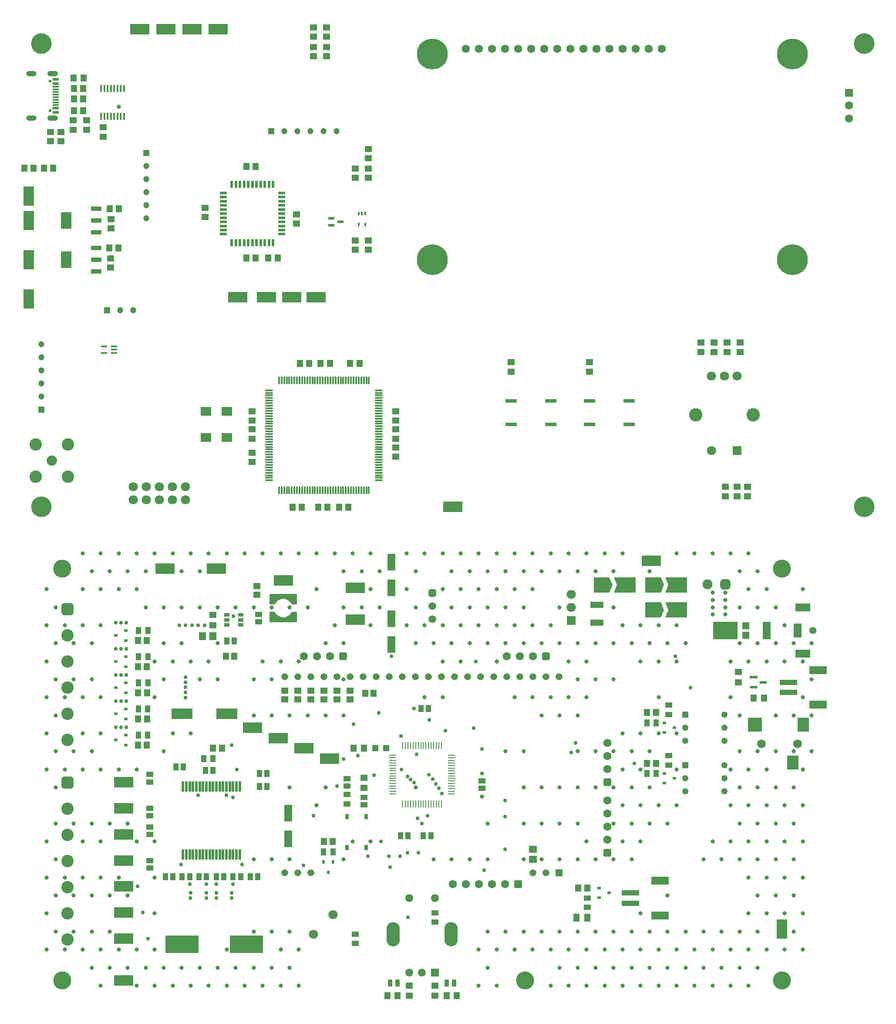
<source format=gbr>
%TF.GenerationSoftware,Altium Limited,Altium Designer,22.5.1 (42)*%
G04 Layer_Color=8388736*
%FSLAX43Y43*%
%MOMM*%
%TF.SameCoordinates,1CDD9A58-554C-4E31-8E55-BAED9532D10C*%
%TF.FilePolarity,Negative*%
%TF.FileFunction,Soldermask,Top*%
%TF.Part,CustomerPanel*%
G01*
G75*
%TA.AperFunction,SMDPad,CuDef*%
%ADD10R,0.355X0.795*%
G04:AMPARAMS|DCode=11|XSize=1.19mm|YSize=0.4mm|CornerRadius=0.05mm|HoleSize=0mm|Usage=FLASHONLY|Rotation=180.000|XOffset=0mm|YOffset=0mm|HoleType=Round|Shape=RoundedRectangle|*
%AMROUNDEDRECTD11*
21,1,1.190,0.300,0,0,180.0*
21,1,1.090,0.400,0,0,180.0*
1,1,0.100,-0.545,0.150*
1,1,0.100,0.545,0.150*
1,1,0.100,0.545,-0.150*
1,1,0.100,-0.545,-0.150*
%
%ADD11ROUNDEDRECTD11*%
%ADD12R,1.341X0.507*%
%ADD13R,0.507X1.341*%
%ADD14R,1.450X1.150*%
%ADD15R,1.150X1.450*%
%ADD16R,2.000X1.800*%
G04:AMPARAMS|DCode=17|XSize=0.28mm|YSize=1.47mm|CornerRadius=0.035mm|HoleSize=0mm|Usage=FLASHONLY|Rotation=0.000|XOffset=0mm|YOffset=0mm|HoleType=Round|Shape=RoundedRectangle|*
%AMROUNDEDRECTD17*
21,1,0.280,1.400,0,0,0.0*
21,1,0.210,1.470,0,0,0.0*
1,1,0.070,0.105,-0.700*
1,1,0.070,-0.105,-0.700*
1,1,0.070,-0.105,0.700*
1,1,0.070,0.105,0.700*
%
%ADD17ROUNDEDRECTD17*%
G04:AMPARAMS|DCode=18|XSize=1.47mm|YSize=0.28mm|CornerRadius=0.035mm|HoleSize=0mm|Usage=FLASHONLY|Rotation=0.000|XOffset=0mm|YOffset=0mm|HoleType=Round|Shape=RoundedRectangle|*
%AMROUNDEDRECTD18*
21,1,1.470,0.210,0,0,0.0*
21,1,1.400,0.280,0,0,0.0*
1,1,0.070,0.700,-0.105*
1,1,0.070,-0.700,-0.105*
1,1,0.070,-0.700,0.105*
1,1,0.070,0.700,0.105*
%
%ADD18ROUNDEDRECTD18*%
%ADD19R,2.199X0.771*%
%ADD20R,1.157X0.466*%
%ADD21R,2.150X0.950*%
%ADD22R,2.150X3.250*%
%ADD23R,0.355X1.455*%
%ADD24R,3.800X2.030*%
%ADD25R,2.030X3.800*%
%ADD26R,1.150X0.300*%
%ADD27R,1.150X0.600*%
%ADD28R,1.285X1.470*%
%ADD31R,1.450X1.200*%
%ADD32R,1.350X1.000*%
%ADD33R,2.000X2.000*%
%ADD34R,6.500X3.500*%
%ADD35R,1.055X1.356*%
%ADD36R,1.550X1.350*%
%ADD37R,1.356X1.055*%
%ADD39R,4.100X2.000*%
%ADD40R,1.150X1.450*%
%ADD41R,1.200X1.450*%
%ADD42R,0.700X0.600*%
%ADD43R,3.400X1.500*%
%ADD44R,3.500X1.000*%
%ADD45R,2.200X2.800*%
%ADD46R,2.800X2.800*%
G04:AMPARAMS|DCode=47|XSize=1.524mm|YSize=0.578mm|CornerRadius=0.289mm|HoleSize=0mm|Usage=FLASHONLY|Rotation=0.000|XOffset=0mm|YOffset=0mm|HoleType=Round|Shape=RoundedRectangle|*
%AMROUNDEDRECTD47*
21,1,1.524,0.000,0,0,0.0*
21,1,0.946,0.578,0,0,0.0*
1,1,0.578,0.473,0.000*
1,1,0.578,-0.473,0.000*
1,1,0.578,-0.473,0.000*
1,1,0.578,0.473,0.000*
%
%ADD47ROUNDEDRECTD47*%
%ADD48R,1.524X0.578*%
%ADD49R,1.456X1.255*%
%ADD50R,0.950X1.350*%
%ADD51R,1.250X1.550*%
G04:AMPARAMS|DCode=52|XSize=1.99mm|YSize=0.48mm|CornerRadius=0.06mm|HoleSize=0mm|Usage=FLASHONLY|Rotation=270.000|XOffset=0mm|YOffset=0mm|HoleType=Round|Shape=RoundedRectangle|*
%AMROUNDEDRECTD52*
21,1,1.990,0.360,0,0,270.0*
21,1,1.870,0.480,0,0,270.0*
1,1,0.120,-0.180,-0.935*
1,1,0.120,-0.180,0.935*
1,1,0.120,0.180,0.935*
1,1,0.120,0.180,-0.935*
%
%ADD52ROUNDEDRECTD52*%
%ADD53R,2.500X1.250*%
%ADD54R,0.700X1.000*%
%ADD55R,0.600X0.700*%
%ADD56R,1.000X1.350*%
%ADD57R,4.860X3.360*%
%ADD58R,1.400X1.390*%
G04:AMPARAMS|DCode=59|XSize=1.1mm|YSize=0.6mm|CornerRadius=0.051mm|HoleSize=0mm|Usage=FLASHONLY|Rotation=0.000|XOffset=0mm|YOffset=0mm|HoleType=Round|Shape=RoundedRectangle|*
%AMROUNDEDRECTD59*
21,1,1.100,0.498,0,0,0.0*
21,1,0.998,0.600,0,0,0.0*
1,1,0.102,0.499,-0.249*
1,1,0.102,-0.499,-0.249*
1,1,0.102,-0.499,0.249*
1,1,0.102,0.499,0.249*
%
%ADD59ROUNDEDRECTD59*%
%ADD60R,1.200X1.200*%
%ADD61R,1.050X1.450*%
%ADD62R,1.450X1.050*%
%ADD63R,1.255X1.456*%
%ADD64R,1.600X3.200*%
%ADD65R,1.341X0.279*%
%ADD66R,0.279X1.341*%
%ADD67R,1.400X1.500*%
%TA.AperFunction,ComponentPad*%
%ADD73R,1.200X1.200*%
%ADD74C,1.200*%
%ADD75C,1.600*%
%ADD76C,6.000*%
%ADD77C,1.800*%
%ADD78C,0.600*%
%ADD79C,2.600*%
%ADD80R,1.800X1.800*%
%ADD81R,1.600X1.600*%
%ADD82R,1.200X1.200*%
%ADD83C,2.400*%
%ADD84C,2.000*%
%ADD85O,2.100X1.050*%
%ADD86O,2.000X1.000*%
%TA.AperFunction,ViaPad*%
%ADD87C,0.800*%
%ADD88C,4.000*%
%TA.AperFunction,ComponentPad*%
G04:AMPARAMS|DCode=89|XSize=2.6mm|YSize=4.7mm|CornerRadius=1.3mm|HoleSize=0mm|Usage=FLASHONLY|Rotation=180.000|XOffset=0mm|YOffset=0mm|HoleType=Round|Shape=RoundedRectangle|*
%AMROUNDEDRECTD89*
21,1,2.600,2.100,0,0,180.0*
21,1,0.000,4.700,0,0,180.0*
1,1,2.600,0.000,1.050*
1,1,2.600,0.000,1.050*
1,1,2.600,0.000,-1.050*
1,1,2.600,0.000,-1.050*
%
%ADD89ROUNDEDRECTD89*%
%ADD90C,1.550*%
%ADD91R,1.550X1.550*%
%ADD92C,1.337*%
%ADD93R,1.337X1.337*%
%ADD94R,1.250X1.250*%
%ADD95C,1.250*%
%ADD96C,1.700*%
%ADD97R,3.000X1.500*%
%ADD98C,1.400*%
%ADD99R,1.500X3.500*%
%ADD100R,1.500X2.800*%
G04:AMPARAMS|DCode=101|XSize=2.4mm|YSize=2.4mm|CornerRadius=0.6mm|HoleSize=0mm|Usage=FLASHONLY|Rotation=270.000|XOffset=0mm|YOffset=0mm|HoleType=Round|Shape=RoundedRectangle|*
%AMROUNDEDRECTD101*
21,1,2.400,1.200,0,0,270.0*
21,1,1.200,2.400,0,0,270.0*
1,1,1.200,-0.600,-0.600*
1,1,1.200,-0.600,0.600*
1,1,1.200,0.600,0.600*
1,1,1.200,0.600,-0.600*
%
%ADD101ROUNDEDRECTD101*%
G04:AMPARAMS|DCode=102|XSize=1.6mm|YSize=1.6mm|CornerRadius=0.4mm|HoleSize=0mm|Usage=FLASHONLY|Rotation=180.000|XOffset=0mm|YOffset=0mm|HoleType=Round|Shape=RoundedRectangle|*
%AMROUNDEDRECTD102*
21,1,1.600,0.800,0,0,180.0*
21,1,0.800,1.600,0,0,180.0*
1,1,0.800,-0.400,0.400*
1,1,0.800,0.400,0.400*
1,1,0.800,0.400,-0.400*
1,1,0.800,-0.400,-0.400*
%
%ADD102ROUNDEDRECTD102*%
G04:AMPARAMS|DCode=103|XSize=1.5mm|YSize=1.5mm|CornerRadius=0.375mm|HoleSize=0mm|Usage=FLASHONLY|Rotation=270.000|XOffset=0mm|YOffset=0mm|HoleType=Round|Shape=RoundedRectangle|*
%AMROUNDEDRECTD103*
21,1,1.500,0.750,0,0,270.0*
21,1,0.750,1.500,0,0,270.0*
1,1,0.750,-0.375,-0.375*
1,1,0.750,-0.375,0.375*
1,1,0.750,0.375,0.375*
1,1,0.750,0.375,-0.375*
%
%ADD103ROUNDEDRECTD103*%
%ADD104C,1.500*%
%TA.AperFunction,ViaPad*%
%ADD105C,3.500*%
%TA.AperFunction,ComponentPad*%
%ADD106C,1.950*%
G04:AMPARAMS|DCode=107|XSize=1.95mm|YSize=1.95mm|CornerRadius=0.488mm|HoleSize=0mm|Usage=FLASHONLY|Rotation=180.000|XOffset=0mm|YOffset=0mm|HoleType=Round|Shape=RoundedRectangle|*
%AMROUNDEDRECTD107*
21,1,1.950,0.975,0,0,180.0*
21,1,0.975,1.950,0,0,180.0*
1,1,0.975,-0.488,0.488*
1,1,0.975,0.488,0.488*
1,1,0.975,0.488,-0.488*
1,1,0.975,-0.488,-0.488*
%
%ADD107ROUNDEDRECTD107*%
G04:AMPARAMS|DCode=108|XSize=1.6mm|YSize=1.6mm|CornerRadius=0.4mm|HoleSize=0mm|Usage=FLASHONLY|Rotation=90.000|XOffset=0mm|YOffset=0mm|HoleType=Round|Shape=RoundedRectangle|*
%AMROUNDEDRECTD108*
21,1,1.600,0.800,0,0,90.0*
21,1,0.800,1.600,0,0,90.0*
1,1,0.800,0.400,0.400*
1,1,0.800,0.400,-0.400*
1,1,0.800,-0.400,-0.400*
1,1,0.800,-0.400,0.400*
%
%ADD108ROUNDEDRECTD108*%
%TA.AperFunction,ViaPad*%
%ADD109C,0.750*%
G36*
X57364Y83602D02*
X57442Y83450D01*
X57641Y83172D01*
X57888Y82937D01*
X58176Y82752D01*
X58493Y82625D01*
X58829Y82560D01*
X59171Y82560D01*
X59506Y82625D01*
X59824Y82752D01*
X60112Y82936D01*
X60359Y83172D01*
X60558Y83450D01*
X60636Y83602D01*
X60636Y83602D01*
X61650D01*
Y81602D01*
X56350D01*
Y83602D01*
X56350Y83602D01*
X57364D01*
X57364Y83602D01*
D02*
G37*
G36*
X61650Y85102D02*
X61650Y85102D01*
X60636D01*
X60558Y85254D01*
X60359Y85532D01*
X60112Y85768D01*
X59824Y85952D01*
X59507Y86079D01*
X59171Y86144D01*
X58829Y86144D01*
X58494Y86079D01*
X58176Y85953D01*
X57888Y85768D01*
X57641Y85532D01*
X57442Y85254D01*
X57364Y85102D01*
X57364Y85102D01*
X56350D01*
Y87102D01*
X61650D01*
Y85102D01*
D02*
G37*
G36*
X123013Y88840D02*
X122401Y87340D01*
X119400Y87340D01*
Y90340D01*
X122401D01*
X123013Y88840D01*
D02*
G37*
G36*
X127512Y87340D02*
X123287D01*
X123900Y88840D01*
X123287Y90340D01*
X127512D01*
Y87340D01*
D02*
G37*
G36*
X133013Y84000D02*
X132401Y82500D01*
X129400Y82500D01*
Y85500D01*
X132401D01*
X133013Y84000D01*
D02*
G37*
G36*
Y88840D02*
X132401Y87340D01*
X129400Y87340D01*
Y90340D01*
X132401D01*
X133013Y88840D01*
D02*
G37*
G36*
X137513Y82500D02*
X133288D01*
X133900Y84000D01*
X133288Y85500D01*
X137513D01*
Y82500D01*
D02*
G37*
G36*
Y87340D02*
X133288D01*
X133900Y88840D01*
X133288Y90340D01*
X137513D01*
Y87340D01*
D02*
G37*
D10*
X74960Y161030D02*
D03*
X74310D02*
D03*
X73660D02*
D03*
Y158890D02*
D03*
X74960D02*
D03*
D11*
X24190Y133910D02*
D03*
Y135210D02*
D03*
X26110D02*
D03*
Y134560D02*
D03*
Y133910D02*
D03*
D12*
X47326Y157000D02*
D03*
Y157800D02*
D03*
Y158600D02*
D03*
Y159400D02*
D03*
Y160200D02*
D03*
Y161000D02*
D03*
Y161800D02*
D03*
Y162600D02*
D03*
Y163400D02*
D03*
Y164200D02*
D03*
Y165000D02*
D03*
X58674D02*
D03*
Y164200D02*
D03*
Y163400D02*
D03*
Y162600D02*
D03*
Y161800D02*
D03*
Y161000D02*
D03*
Y160200D02*
D03*
Y159400D02*
D03*
Y158600D02*
D03*
Y157800D02*
D03*
Y157000D02*
D03*
D13*
X49000Y166674D02*
D03*
X49800D02*
D03*
X50600D02*
D03*
X51400D02*
D03*
X52200D02*
D03*
X53000D02*
D03*
X53800D02*
D03*
X54600D02*
D03*
X55400D02*
D03*
X56200D02*
D03*
X57000D02*
D03*
Y155326D02*
D03*
X56200D02*
D03*
X55400D02*
D03*
X54600D02*
D03*
X53800D02*
D03*
X53000D02*
D03*
X52200D02*
D03*
X51400D02*
D03*
X50600D02*
D03*
X49800D02*
D03*
X49000D02*
D03*
D14*
X142730Y134120D02*
D03*
Y135920D02*
D03*
X67390Y193380D02*
D03*
Y191580D02*
D03*
X64850Y193380D02*
D03*
Y191580D02*
D03*
X73040Y167950D02*
D03*
Y169750D02*
D03*
X75580Y171760D02*
D03*
Y173560D02*
D03*
X140190Y134120D02*
D03*
Y135920D02*
D03*
X147810Y134120D02*
D03*
Y135920D02*
D03*
X145000Y106100D02*
D03*
Y107900D02*
D03*
X149250Y106100D02*
D03*
Y107900D02*
D03*
X147250Y106100D02*
D03*
Y107900D02*
D03*
X73040Y153980D02*
D03*
Y155780D02*
D03*
X118562Y132110D02*
D03*
Y130310D02*
D03*
X103322Y132110D02*
D03*
Y130310D02*
D03*
X13713Y175040D02*
D03*
Y176840D02*
D03*
X15749Y175040D02*
D03*
Y176840D02*
D03*
X67390Y195390D02*
D03*
Y197190D02*
D03*
X64850Y195390D02*
D03*
Y197190D02*
D03*
X75580Y153980D02*
D03*
Y155780D02*
D03*
X80920Y115570D02*
D03*
Y113770D02*
D03*
Y120770D02*
D03*
Y122570D02*
D03*
X52920Y120770D02*
D03*
Y122570D02*
D03*
Y112770D02*
D03*
Y114570D02*
D03*
Y119070D02*
D03*
Y117270D02*
D03*
X80920Y119070D02*
D03*
Y117270D02*
D03*
X43830Y162130D02*
D03*
Y160330D02*
D03*
X61610Y159060D02*
D03*
Y160860D02*
D03*
X75580Y167950D02*
D03*
Y169750D02*
D03*
X145270Y135920D02*
D03*
Y134120D02*
D03*
X25398Y150485D02*
D03*
Y152285D02*
D03*
X25530Y158105D02*
D03*
Y159905D02*
D03*
X20800Y177300D02*
D03*
Y179100D02*
D03*
X18100Y177300D02*
D03*
Y179100D02*
D03*
X24000Y177740D02*
D03*
Y175940D02*
D03*
D15*
X18277Y181007D02*
D03*
X20077D02*
D03*
X12450Y169800D02*
D03*
X14250D02*
D03*
X20092Y183262D02*
D03*
X18292D02*
D03*
X10440Y169800D02*
D03*
X8640D02*
D03*
X69870Y103920D02*
D03*
X71670D02*
D03*
X60770D02*
D03*
X62570D02*
D03*
X73820Y131920D02*
D03*
X72020D02*
D03*
X64070D02*
D03*
X62270D02*
D03*
X66270D02*
D03*
X68070D02*
D03*
X65770Y103920D02*
D03*
X67570D02*
D03*
X51820Y152340D02*
D03*
X53620D02*
D03*
X51820Y170120D02*
D03*
X53620D02*
D03*
X57900Y152340D02*
D03*
X56100D02*
D03*
X26950Y154320D02*
D03*
X25150D02*
D03*
X27014Y161940D02*
D03*
X25214D02*
D03*
X20070Y185294D02*
D03*
X18270D02*
D03*
D16*
X48000Y117460D02*
D03*
Y122540D02*
D03*
X44000D02*
D03*
Y117460D02*
D03*
D17*
X58170Y107250D02*
D03*
X58670D02*
D03*
X59170D02*
D03*
X59670D02*
D03*
X60170D02*
D03*
X60670D02*
D03*
X61170D02*
D03*
X61670D02*
D03*
X62170D02*
D03*
X62670D02*
D03*
X63170D02*
D03*
X63670D02*
D03*
X64170D02*
D03*
X64670D02*
D03*
X65170D02*
D03*
X65670D02*
D03*
X66170D02*
D03*
X66670D02*
D03*
X67170D02*
D03*
X67670D02*
D03*
X68170D02*
D03*
X68670D02*
D03*
X69170D02*
D03*
X69670D02*
D03*
X70170D02*
D03*
X70670D02*
D03*
X71170D02*
D03*
X71670D02*
D03*
X72170D02*
D03*
X72670D02*
D03*
X73170D02*
D03*
X73670D02*
D03*
X74170D02*
D03*
X74670D02*
D03*
X75170D02*
D03*
X75670D02*
D03*
Y128590D02*
D03*
X75170D02*
D03*
X74670D02*
D03*
X74170D02*
D03*
X73670D02*
D03*
X73170D02*
D03*
X72670D02*
D03*
X72170D02*
D03*
X71670D02*
D03*
X71170D02*
D03*
X70670D02*
D03*
X70170D02*
D03*
X69670D02*
D03*
X69170D02*
D03*
X68670D02*
D03*
X68170D02*
D03*
X67670D02*
D03*
X67170D02*
D03*
X66670D02*
D03*
X66170D02*
D03*
X65670D02*
D03*
X65170D02*
D03*
X64670D02*
D03*
X64170D02*
D03*
X63670D02*
D03*
X63170D02*
D03*
X62670D02*
D03*
X62170D02*
D03*
X61670D02*
D03*
X61170D02*
D03*
X60670D02*
D03*
X60170D02*
D03*
X59670D02*
D03*
X59170D02*
D03*
X58670D02*
D03*
X58170D02*
D03*
D18*
X56250Y126670D02*
D03*
Y126170D02*
D03*
Y125670D02*
D03*
Y125170D02*
D03*
Y124670D02*
D03*
Y124170D02*
D03*
Y123670D02*
D03*
Y123170D02*
D03*
Y122670D02*
D03*
Y122170D02*
D03*
Y121670D02*
D03*
Y121170D02*
D03*
Y120670D02*
D03*
Y120170D02*
D03*
Y119670D02*
D03*
Y119170D02*
D03*
Y118670D02*
D03*
Y118170D02*
D03*
Y117670D02*
D03*
Y117170D02*
D03*
Y116670D02*
D03*
Y116170D02*
D03*
Y115670D02*
D03*
Y115170D02*
D03*
Y114670D02*
D03*
Y114170D02*
D03*
Y113670D02*
D03*
Y113170D02*
D03*
Y112670D02*
D03*
Y112170D02*
D03*
Y111670D02*
D03*
Y111170D02*
D03*
Y110670D02*
D03*
Y110170D02*
D03*
Y109670D02*
D03*
Y109170D02*
D03*
X77590D02*
D03*
Y109670D02*
D03*
Y110170D02*
D03*
Y110670D02*
D03*
Y111170D02*
D03*
Y111670D02*
D03*
Y112170D02*
D03*
Y112670D02*
D03*
Y113170D02*
D03*
Y113670D02*
D03*
Y114170D02*
D03*
Y114670D02*
D03*
Y115170D02*
D03*
Y115670D02*
D03*
Y116170D02*
D03*
Y116670D02*
D03*
Y117170D02*
D03*
Y117670D02*
D03*
Y118170D02*
D03*
Y118670D02*
D03*
Y119170D02*
D03*
Y119670D02*
D03*
Y120170D02*
D03*
Y120670D02*
D03*
Y121170D02*
D03*
Y121670D02*
D03*
Y122170D02*
D03*
Y122670D02*
D03*
Y123170D02*
D03*
Y123670D02*
D03*
Y124170D02*
D03*
Y124670D02*
D03*
Y125170D02*
D03*
Y125670D02*
D03*
Y126170D02*
D03*
Y126670D02*
D03*
D19*
X118562Y124570D02*
D03*
Y120070D02*
D03*
X126258D02*
D03*
Y124570D02*
D03*
X103322D02*
D03*
Y120070D02*
D03*
X111018D02*
D03*
Y124570D02*
D03*
D20*
X70106Y159400D02*
D03*
X68354Y158750D02*
D03*
Y160050D02*
D03*
D21*
X22600Y149720D02*
D03*
Y152020D02*
D03*
Y154320D02*
D03*
Y157340D02*
D03*
Y159640D02*
D03*
Y161940D02*
D03*
D22*
X16800Y152020D02*
D03*
Y159640D02*
D03*
D23*
X28019Y179870D02*
D03*
X27384D02*
D03*
X26749D02*
D03*
X26114D02*
D03*
X25479D02*
D03*
X24844D02*
D03*
X24209D02*
D03*
X23574D02*
D03*
Y185313D02*
D03*
X24209D02*
D03*
X24844D02*
D03*
X25479D02*
D03*
X26114D02*
D03*
X26749D02*
D03*
X27384D02*
D03*
X28019D02*
D03*
D24*
X65420Y144720D02*
D03*
X60670Y144720D02*
D03*
X55750D02*
D03*
X50180Y144720D02*
D03*
X92000Y104000D02*
D03*
X31130Y196790D02*
D03*
X41290D02*
D03*
X46370Y196790D02*
D03*
X36210D02*
D03*
X28000Y12000D02*
D03*
X130600Y93500D02*
D03*
X59000Y89699D02*
D03*
X46000Y92000D02*
D03*
X73000Y82079D02*
D03*
X36000Y92000D02*
D03*
X73000Y88300D02*
D03*
X28000Y50560D02*
D03*
Y40400D02*
D03*
Y45480D02*
D03*
Y35320D02*
D03*
X68000Y55100D02*
D03*
X63000Y57100D02*
D03*
X58000Y59100D02*
D03*
X53000Y61100D02*
D03*
X28000Y20120D02*
D03*
Y25200D02*
D03*
Y30280D02*
D03*
D25*
X9540Y152020D02*
D03*
Y144400D02*
D03*
Y159640D02*
D03*
Y164405D02*
D03*
X156000Y22000D02*
D03*
D26*
X14755Y185615D02*
D03*
Y185115D02*
D03*
Y184615D02*
D03*
Y182115D02*
D03*
Y182615D02*
D03*
Y183115D02*
D03*
Y184115D02*
D03*
Y183615D02*
D03*
D27*
Y181465D02*
D03*
Y186265D02*
D03*
Y180665D02*
D03*
Y187065D02*
D03*
D28*
X18197Y187326D02*
D03*
X20143D02*
D03*
D31*
X45300Y81002D02*
D03*
Y83002D02*
D03*
X88500Y11000D02*
D03*
Y9000D02*
D03*
X83500Y11000D02*
D03*
Y9000D02*
D03*
X74700Y51400D02*
D03*
Y49400D02*
D03*
X147500Y69950D02*
D03*
Y71950D02*
D03*
D32*
X88500Y25127D02*
D03*
Y23327D02*
D03*
X73000Y21000D02*
D03*
Y19200D02*
D03*
X118100Y28000D02*
D03*
Y26200D02*
D03*
X71425Y46326D02*
D03*
Y48126D02*
D03*
D33*
X121125Y88840D02*
D03*
X126000D02*
D03*
X131125D02*
D03*
X136000D02*
D03*
X131125Y84000D02*
D03*
X136000D02*
D03*
D34*
X51848Y19000D02*
D03*
X39348D02*
D03*
D35*
X87202Y64800D02*
D03*
X85750D02*
D03*
X83250Y40100D02*
D03*
X81798D02*
D03*
X86248D02*
D03*
X87700D02*
D03*
X54400Y52190D02*
D03*
X55852D02*
D03*
X54400Y49700D02*
D03*
X55852D02*
D03*
X36100Y32150D02*
D03*
X37552D02*
D03*
X54026D02*
D03*
X52574D02*
D03*
X49250D02*
D03*
X50702D02*
D03*
X49452Y78000D02*
D03*
X48000D02*
D03*
X39564Y53500D02*
D03*
X38112D02*
D03*
X43848Y52800D02*
D03*
X45300D02*
D03*
X44050Y32150D02*
D03*
X42598D02*
D03*
X46000D02*
D03*
X47452D02*
D03*
X40800D02*
D03*
X39348D02*
D03*
D36*
X107590Y37450D02*
D03*
Y35500D02*
D03*
D37*
X97600Y49320D02*
D03*
Y50772D02*
D03*
X54200Y81674D02*
D03*
Y83126D02*
D03*
X71425Y49750D02*
D03*
Y51201D02*
D03*
X33075Y35320D02*
D03*
Y33868D02*
D03*
Y45480D02*
D03*
Y44028D02*
D03*
Y50560D02*
D03*
Y52012D02*
D03*
Y40348D02*
D03*
Y41800D02*
D03*
X74700Y47600D02*
D03*
Y46148D02*
D03*
D39*
X48000Y63780D02*
D03*
X39300D02*
D03*
D40*
X47100Y57100D02*
D03*
X45350D02*
D03*
X116350Y29950D02*
D03*
X118100D02*
D03*
X66885Y39000D02*
D03*
X68635D02*
D03*
X131500Y64100D02*
D03*
X129750D02*
D03*
X131500Y54200D02*
D03*
X129750D02*
D03*
X30725Y78070D02*
D03*
X32475D02*
D03*
X30725Y72990D02*
D03*
X32475D02*
D03*
X30775Y67910D02*
D03*
X32525D02*
D03*
X30725Y57750D02*
D03*
X32475D02*
D03*
X30775Y62830D02*
D03*
X32525D02*
D03*
D41*
X79250Y9000D02*
D03*
X81250D02*
D03*
X92750D02*
D03*
X90750D02*
D03*
X72700Y57100D02*
D03*
X74700D02*
D03*
X150500Y66900D02*
D03*
X152500D02*
D03*
D42*
X122400Y29000D02*
D03*
X120400Y28050D02*
D03*
Y29950D02*
D03*
X133100Y52250D02*
D03*
Y50350D02*
D03*
X135100Y51300D02*
D03*
X133100Y62050D02*
D03*
Y60150D02*
D03*
X135100Y61100D02*
D03*
X26400Y68860D02*
D03*
X28400Y69810D02*
D03*
Y67910D02*
D03*
X26400Y73940D02*
D03*
X28400Y74890D02*
D03*
Y72990D02*
D03*
X26400Y79020D02*
D03*
X28400Y79970D02*
D03*
Y78070D02*
D03*
Y57750D02*
D03*
Y59650D02*
D03*
X26400Y58700D02*
D03*
X28400Y62830D02*
D03*
Y64730D02*
D03*
X26400Y63780D02*
D03*
D43*
X132300Y31350D02*
D03*
Y24650D02*
D03*
X163025Y65600D02*
D03*
Y72300D02*
D03*
D44*
X126550Y29000D02*
D03*
Y27000D02*
D03*
X157275Y67950D02*
D03*
Y69950D02*
D03*
D45*
X158100Y54300D02*
D03*
X160100Y61700D02*
D03*
D46*
X150700D02*
D03*
D47*
X152300Y69950D02*
D03*
X150480Y69000D02*
D03*
D48*
Y70900D02*
D03*
D49*
X53882Y88626D02*
D03*
Y86974D02*
D03*
X72030Y68277D02*
D03*
Y66625D02*
D03*
X69490Y68277D02*
D03*
Y66625D02*
D03*
X66950Y68277D02*
D03*
Y66625D02*
D03*
X64410Y68277D02*
D03*
Y66625D02*
D03*
X61870Y68277D02*
D03*
Y66625D02*
D03*
X59330Y68277D02*
D03*
Y66625D02*
D03*
D50*
X92250Y11500D02*
D03*
X90750D02*
D03*
X79750D02*
D03*
X81250D02*
D03*
D51*
X118100Y24200D02*
D03*
X116050D02*
D03*
D52*
X50550Y36480D02*
D03*
X49900D02*
D03*
X49250D02*
D03*
X48600D02*
D03*
X47950D02*
D03*
X47300D02*
D03*
X46650D02*
D03*
X46000D02*
D03*
X45350D02*
D03*
X44700D02*
D03*
X44050D02*
D03*
X43400D02*
D03*
X42750D02*
D03*
X42100D02*
D03*
X41450D02*
D03*
X40800D02*
D03*
X40150D02*
D03*
X39500D02*
D03*
Y49700D02*
D03*
X40150D02*
D03*
X40800D02*
D03*
X41450D02*
D03*
X42100D02*
D03*
X42750D02*
D03*
X43400D02*
D03*
X44050D02*
D03*
X44700D02*
D03*
X45350D02*
D03*
X46000D02*
D03*
X46650D02*
D03*
X47300D02*
D03*
X47950D02*
D03*
X48600D02*
D03*
X49250D02*
D03*
X49900D02*
D03*
X50550D02*
D03*
D53*
X120000Y84950D02*
D03*
Y81550D02*
D03*
D54*
X71425Y37800D02*
D03*
Y43800D02*
D03*
X75125Y37800D02*
D03*
Y43800D02*
D03*
D55*
X67760Y33021D02*
D03*
X66810Y35021D02*
D03*
X68710D02*
D03*
D56*
X68660Y37000D02*
D03*
X66860D02*
D03*
X129700Y62050D02*
D03*
X131500D02*
D03*
X129700Y52250D02*
D03*
X131500D02*
D03*
X32625Y59650D02*
D03*
X30825D02*
D03*
X32625Y64730D02*
D03*
X30825D02*
D03*
X32675Y69810D02*
D03*
X30875D02*
D03*
X32675Y74890D02*
D03*
X30875D02*
D03*
X32675Y79970D02*
D03*
X30875D02*
D03*
D57*
X145000Y80000D02*
D03*
D58*
X148982Y80918D02*
D03*
X148982Y79082D02*
D03*
D59*
X50700Y83002D02*
D03*
Y82052D02*
D03*
Y81102D02*
D03*
X48000D02*
D03*
Y82052D02*
D03*
Y83002D02*
D03*
D60*
X78991Y57100D02*
D03*
X76891D02*
D03*
D61*
X43500Y55100D02*
D03*
X45350D02*
D03*
D62*
X134000Y53840D02*
D03*
Y55690D02*
D03*
Y65490D02*
D03*
Y63640D02*
D03*
D63*
X76600Y67823D02*
D03*
X74948D02*
D03*
X49500Y75000D02*
D03*
X47848D02*
D03*
D64*
X80000Y88300D02*
D03*
Y93300D02*
D03*
Y82300D02*
D03*
Y77300D02*
D03*
X59960Y39498D02*
D03*
Y44498D02*
D03*
D65*
X80326Y55750D02*
D03*
Y55250D02*
D03*
Y54750D02*
D03*
Y54250D02*
D03*
Y53750D02*
D03*
Y53250D02*
D03*
Y52750D02*
D03*
Y52250D02*
D03*
Y51750D02*
D03*
Y51250D02*
D03*
Y50750D02*
D03*
Y50250D02*
D03*
Y49750D02*
D03*
Y49250D02*
D03*
Y48750D02*
D03*
Y48250D02*
D03*
X91674D02*
D03*
Y48750D02*
D03*
Y49250D02*
D03*
Y49750D02*
D03*
Y50250D02*
D03*
Y50750D02*
D03*
Y51250D02*
D03*
Y51750D02*
D03*
Y52250D02*
D03*
Y52750D02*
D03*
Y53250D02*
D03*
Y53750D02*
D03*
Y54250D02*
D03*
Y54750D02*
D03*
Y55250D02*
D03*
Y55750D02*
D03*
D66*
X82250Y46326D02*
D03*
X82750D02*
D03*
X83250D02*
D03*
X83750D02*
D03*
X84250D02*
D03*
X84750D02*
D03*
X85250D02*
D03*
X85750D02*
D03*
X86250D02*
D03*
X86750D02*
D03*
X87250D02*
D03*
X87750D02*
D03*
X88250D02*
D03*
X88750D02*
D03*
X89250D02*
D03*
X89750D02*
D03*
Y57674D02*
D03*
X89250D02*
D03*
X88750D02*
D03*
X88250D02*
D03*
X87750D02*
D03*
X87250D02*
D03*
X86750D02*
D03*
X86250D02*
D03*
X85750D02*
D03*
X85250D02*
D03*
X84750D02*
D03*
X84250D02*
D03*
X83750D02*
D03*
X83250D02*
D03*
X82750D02*
D03*
X82250D02*
D03*
D67*
X45300Y78900D02*
D03*
X43300D02*
D03*
D73*
X24780Y142180D02*
D03*
X56650Y177000D02*
D03*
D74*
X27320Y142180D02*
D03*
X29860D02*
D03*
X12000Y135620D02*
D03*
Y133080D02*
D03*
Y130540D02*
D03*
Y128000D02*
D03*
Y125460D02*
D03*
X32400Y160060D02*
D03*
Y162600D02*
D03*
Y165140D02*
D03*
Y167680D02*
D03*
Y170220D02*
D03*
X69350Y177000D02*
D03*
X66810D02*
D03*
X64270D02*
D03*
X61730D02*
D03*
X59190D02*
D03*
D75*
X94520Y193000D02*
D03*
X97060D02*
D03*
X99600D02*
D03*
X102140D02*
D03*
X104680D02*
D03*
X107220D02*
D03*
X109760D02*
D03*
X112300D02*
D03*
X114840D02*
D03*
X117380D02*
D03*
X119920D02*
D03*
X122460D02*
D03*
X125000D02*
D03*
X127540D02*
D03*
X130080D02*
D03*
X132620D02*
D03*
X169000Y182000D02*
D03*
Y179500D02*
D03*
X68080Y75000D02*
D03*
X65540D02*
D03*
X63000D02*
D03*
X107590D02*
D03*
X105050D02*
D03*
X102510D02*
D03*
X92000Y30700D02*
D03*
X94540D02*
D03*
X99620D02*
D03*
X102160D02*
D03*
X97080D02*
D03*
X122000Y41920D02*
D03*
Y39380D02*
D03*
Y44460D02*
D03*
Y47000D02*
D03*
Y58120D02*
D03*
Y55580D02*
D03*
Y53040D02*
D03*
D76*
X88020Y192000D02*
D03*
Y152000D02*
D03*
X158020D02*
D03*
Y192000D02*
D03*
D77*
X40020Y107890D02*
D03*
Y105350D02*
D03*
X37480Y107890D02*
D03*
Y105350D02*
D03*
X34940D02*
D03*
Y107890D02*
D03*
X32400Y105350D02*
D03*
Y107890D02*
D03*
X29860Y105350D02*
D03*
Y107890D02*
D03*
X142290Y114920D02*
D03*
X147290Y129420D02*
D03*
X144790D02*
D03*
X142290D02*
D03*
X64900Y21000D02*
D03*
X68710Y24810D02*
D03*
X115000Y84460D02*
D03*
Y87000D02*
D03*
D78*
X13680Y186755D02*
D03*
Y180975D02*
D03*
D79*
X150390Y121920D02*
D03*
X139190D02*
D03*
D80*
X147290Y114920D02*
D03*
X115000Y81920D02*
D03*
D81*
X169000Y184500D02*
D03*
D82*
X12000Y122920D02*
D03*
X32400Y172760D02*
D03*
D83*
X10850Y116150D02*
D03*
Y109850D02*
D03*
X17150D02*
D03*
Y116150D02*
D03*
X17000Y20000D02*
D03*
Y25080D02*
D03*
Y35240D02*
D03*
Y45400D02*
D03*
Y40320D02*
D03*
Y30160D02*
D03*
X17000Y58700D02*
D03*
Y63780D02*
D03*
Y73940D02*
D03*
Y79020D02*
D03*
Y68860D02*
D03*
D84*
X14000Y113000D02*
D03*
D85*
X14180Y179545D02*
D03*
Y188185D02*
D03*
D86*
X10000Y179545D02*
D03*
Y188185D02*
D03*
D87*
X27000Y181801D02*
D03*
X144974Y85920D02*
D03*
Y87340D02*
D03*
Y84501D02*
D03*
Y83081D02*
D03*
X142500D02*
D03*
Y84501D02*
D03*
Y87340D02*
D03*
Y85920D02*
D03*
X97600Y47761D02*
D03*
X149500Y95000D02*
D03*
X151250Y91500D02*
D03*
X146000Y95000D02*
D03*
X147750Y91500D02*
D03*
X142500Y95000D02*
D03*
X139000D02*
D03*
X135500D02*
D03*
Y81000D02*
D03*
X137250Y77500D02*
D03*
X135500Y74000D02*
D03*
Y60000D02*
D03*
Y53000D02*
D03*
Y46000D02*
D03*
X132000Y81000D02*
D03*
X133750Y77500D02*
D03*
X132000Y74000D02*
D03*
Y67000D02*
D03*
Y60000D02*
D03*
Y46000D02*
D03*
X133750Y42500D02*
D03*
X130250Y91500D02*
D03*
X128500Y81000D02*
D03*
X130250Y77500D02*
D03*
X128500Y74000D02*
D03*
Y60000D02*
D03*
X130250Y56500D02*
D03*
X128500Y53000D02*
D03*
X130250Y49500D02*
D03*
X128500Y46000D02*
D03*
X130250Y42500D02*
D03*
X128500Y39000D02*
D03*
X125000Y95000D02*
D03*
Y81000D02*
D03*
X126750Y77500D02*
D03*
X125000Y60000D02*
D03*
X126750Y56500D02*
D03*
X125000Y53000D02*
D03*
X126750Y49500D02*
D03*
X125000Y46000D02*
D03*
X126750Y42500D02*
D03*
X125000Y39000D02*
D03*
X126750Y35500D02*
D03*
X121500Y95000D02*
D03*
X123250Y91500D02*
D03*
Y84500D02*
D03*
Y77500D02*
D03*
Y70500D02*
D03*
Y56500D02*
D03*
Y49500D02*
D03*
Y42500D02*
D03*
Y35500D02*
D03*
X118000Y95000D02*
D03*
X119750Y91500D02*
D03*
Y77500D02*
D03*
X118000Y74000D02*
D03*
X119750Y70500D02*
D03*
X118000Y67000D02*
D03*
X119750Y56500D02*
D03*
Y49500D02*
D03*
X118000Y39000D02*
D03*
X119750Y35500D02*
D03*
X114500Y95000D02*
D03*
X116250Y91500D02*
D03*
Y77500D02*
D03*
X114500Y74000D02*
D03*
X116250Y70500D02*
D03*
X114500Y67000D02*
D03*
X116250Y63500D02*
D03*
Y56500D02*
D03*
Y49500D02*
D03*
Y42500D02*
D03*
Y35500D02*
D03*
X111000Y95000D02*
D03*
X112750Y91500D02*
D03*
Y84500D02*
D03*
X111000Y81000D02*
D03*
X112750Y77500D02*
D03*
X111000Y67000D02*
D03*
X112750Y63500D02*
D03*
Y49500D02*
D03*
Y42500D02*
D03*
Y35500D02*
D03*
X107500Y95000D02*
D03*
X109250Y91500D02*
D03*
X107500Y88000D02*
D03*
Y81000D02*
D03*
X109250Y77500D02*
D03*
X107500Y67000D02*
D03*
X109250Y63500D02*
D03*
Y49500D02*
D03*
Y42500D02*
D03*
Y35500D02*
D03*
X104000Y95000D02*
D03*
X105750Y91500D02*
D03*
X104000Y88000D02*
D03*
X105750Y84500D02*
D03*
X104000Y81000D02*
D03*
X105750Y77500D02*
D03*
X104000Y67000D02*
D03*
X105750Y56500D02*
D03*
Y49500D02*
D03*
Y42500D02*
D03*
Y35500D02*
D03*
X100500Y95000D02*
D03*
X102250Y91500D02*
D03*
X100500Y88000D02*
D03*
X102250Y84500D02*
D03*
X100500Y81000D02*
D03*
X102250Y77500D02*
D03*
X100500Y74000D02*
D03*
X102250Y56500D02*
D03*
X97000Y95000D02*
D03*
X98750Y91500D02*
D03*
X97000Y88000D02*
D03*
X98750Y84500D02*
D03*
X97000Y81000D02*
D03*
X98750Y77500D02*
D03*
Y42500D02*
D03*
Y35500D02*
D03*
X93500Y95000D02*
D03*
X95250Y91500D02*
D03*
X93500Y88000D02*
D03*
X95250Y84500D02*
D03*
X93500Y81000D02*
D03*
X95250Y77500D02*
D03*
X93500Y74000D02*
D03*
X95250Y35500D02*
D03*
X90000Y95000D02*
D03*
X91750Y91500D02*
D03*
X90000Y88000D02*
D03*
X91750Y84500D02*
D03*
X90000Y81000D02*
D03*
X91750Y77500D02*
D03*
X90000Y74000D02*
D03*
Y67000D02*
D03*
X91750Y35500D02*
D03*
X86500Y95000D02*
D03*
Y81000D02*
D03*
X88250Y77500D02*
D03*
X86500Y67000D02*
D03*
X88250Y35500D02*
D03*
X83000Y95000D02*
D03*
X84750Y91500D02*
D03*
X83000Y88000D02*
D03*
X84750Y84500D02*
D03*
X83000Y81000D02*
D03*
X84750Y77500D02*
D03*
Y49500D02*
D03*
X76000Y95000D02*
D03*
X77750Y91500D02*
D03*
X76000Y88000D02*
D03*
X77750Y84500D02*
D03*
X76000Y81000D02*
D03*
Y39000D02*
D03*
X72500Y95000D02*
D03*
X74250Y91500D02*
D03*
Y84500D02*
D03*
X72500Y39000D02*
D03*
X69000Y95000D02*
D03*
X70750Y91500D02*
D03*
Y84500D02*
D03*
X69000Y81000D02*
D03*
X70750Y77500D02*
D03*
Y70500D02*
D03*
Y63500D02*
D03*
Y35500D02*
D03*
X65500Y95000D02*
D03*
Y88000D02*
D03*
X67250Y77500D02*
D03*
Y63500D02*
D03*
Y49500D02*
D03*
X65500Y46000D02*
D03*
X62000Y95000D02*
D03*
X63750Y84500D02*
D03*
X62000Y74000D02*
D03*
X63750Y63500D02*
D03*
X58500Y95000D02*
D03*
X60250Y84500D02*
D03*
X58500Y74000D02*
D03*
X60250Y63500D02*
D03*
Y49500D02*
D03*
X55000Y95000D02*
D03*
X56750Y84500D02*
D03*
X55000Y74000D02*
D03*
X56750Y70500D02*
D03*
Y63500D02*
D03*
X51500Y95000D02*
D03*
X53250Y84500D02*
D03*
Y70500D02*
D03*
Y63500D02*
D03*
X48000Y95000D02*
D03*
X49750Y84500D02*
D03*
X44500Y95000D02*
D03*
X46250Y84500D02*
D03*
Y77500D02*
D03*
X44500Y74000D02*
D03*
X46250Y70500D02*
D03*
X41000Y95000D02*
D03*
X42750Y91500D02*
D03*
Y84500D02*
D03*
X41000Y74000D02*
D03*
X42750Y70500D02*
D03*
X41000Y60000D02*
D03*
X37500Y95000D02*
D03*
X39250Y91500D02*
D03*
Y84500D02*
D03*
Y77500D02*
D03*
X37500Y74000D02*
D03*
Y60000D02*
D03*
X34000Y95000D02*
D03*
X35750Y84500D02*
D03*
Y77500D02*
D03*
X34000Y74000D02*
D03*
X35750Y70500D02*
D03*
X34000Y67000D02*
D03*
X35750Y56500D02*
D03*
X30500Y95000D02*
D03*
X32250Y91500D02*
D03*
X30500Y88000D02*
D03*
X32250Y84500D02*
D03*
X30500Y53000D02*
D03*
X27000Y95000D02*
D03*
X28750Y91500D02*
D03*
X27000Y88000D02*
D03*
Y53000D02*
D03*
X23500Y95000D02*
D03*
X25250Y91500D02*
D03*
X23500Y88000D02*
D03*
Y81000D02*
D03*
Y67000D02*
D03*
Y60000D02*
D03*
Y53000D02*
D03*
X20000Y95000D02*
D03*
X21750Y91500D02*
D03*
X20000Y88000D02*
D03*
Y81000D02*
D03*
X21750Y77500D02*
D03*
Y70500D02*
D03*
X20000Y67000D02*
D03*
Y60000D02*
D03*
X21750Y56500D02*
D03*
X20000Y53000D02*
D03*
X16500Y81000D02*
D03*
X18250Y77500D02*
D03*
Y70500D02*
D03*
X16500Y67000D02*
D03*
X18250Y56500D02*
D03*
X16500Y53000D02*
D03*
X13000Y88000D02*
D03*
X14750Y84500D02*
D03*
X13000Y81000D02*
D03*
X14750Y77500D02*
D03*
X13000Y74000D02*
D03*
X14750Y70500D02*
D03*
X13000Y67000D02*
D03*
X14750Y63500D02*
D03*
X13000Y60000D02*
D03*
X14750Y56500D02*
D03*
X13000Y53000D02*
D03*
X14750Y49500D02*
D03*
X46250Y14500D02*
D03*
X147750Y77500D02*
D03*
X48000Y18000D02*
D03*
X37500Y11000D02*
D03*
X151250Y42500D02*
D03*
X21750Y28500D02*
D03*
X133750Y21500D02*
D03*
X25250Y14500D02*
D03*
X58500Y18000D02*
D03*
X34000D02*
D03*
X39250Y14500D02*
D03*
X56750Y21500D02*
D03*
Y35500D02*
D03*
X146000Y11000D02*
D03*
X151250Y21500D02*
D03*
X100500Y11000D02*
D03*
X51500D02*
D03*
X30500Y39000D02*
D03*
X105750Y21500D02*
D03*
X154750Y28500D02*
D03*
X25250D02*
D03*
X23500Y32000D02*
D03*
X126750Y14500D02*
D03*
X149500Y11000D02*
D03*
X147750Y56500D02*
D03*
X18250Y42500D02*
D03*
X154750D02*
D03*
X160000Y67000D02*
D03*
X100500Y18000D02*
D03*
X160000Y88000D02*
D03*
X149500Y25000D02*
D03*
X151250Y84500D02*
D03*
X14750Y28500D02*
D03*
X133750D02*
D03*
X140750Y35500D02*
D03*
X62000Y11000D02*
D03*
X21750Y42500D02*
D03*
X156500Y25000D02*
D03*
X20000Y32000D02*
D03*
X149500Y88000D02*
D03*
X151250Y56500D02*
D03*
X62000Y18000D02*
D03*
X126750Y21500D02*
D03*
X23500Y39000D02*
D03*
Y18000D02*
D03*
X161750Y70500D02*
D03*
X25250Y42500D02*
D03*
X149500Y53000D02*
D03*
X153000Y18000D02*
D03*
X114500Y11000D02*
D03*
X130250Y14500D02*
D03*
X20000Y39000D02*
D03*
X147750Y35500D02*
D03*
X149500Y39000D02*
D03*
X160000Y53000D02*
D03*
X28750Y28500D02*
D03*
X158250Y56500D02*
D03*
X161750Y63500D02*
D03*
X151250Y14500D02*
D03*
X53250D02*
D03*
X97000Y11000D02*
D03*
X14750Y21500D02*
D03*
X156500Y46000D02*
D03*
X21750Y21500D02*
D03*
X123250D02*
D03*
X114500Y18000D02*
D03*
X30500D02*
D03*
X149500Y32000D02*
D03*
X139000Y18000D02*
D03*
X18250Y21500D02*
D03*
X130250D02*
D03*
X125000Y18000D02*
D03*
X137250Y14500D02*
D03*
X32250D02*
D03*
X146000Y67000D02*
D03*
X112750Y21500D02*
D03*
X146000Y53000D02*
D03*
X21750Y14500D02*
D03*
X161750Y56500D02*
D03*
X98750Y14500D02*
D03*
X97000Y18000D02*
D03*
X149500Y46000D02*
D03*
X161750Y77500D02*
D03*
X160000Y18000D02*
D03*
X60250Y14500D02*
D03*
X149500Y18000D02*
D03*
X151250Y35500D02*
D03*
X34000Y39000D02*
D03*
X119750Y14500D02*
D03*
X56750D02*
D03*
X44500Y11000D02*
D03*
X112750Y14500D02*
D03*
X18250Y28500D02*
D03*
X53250Y21500D02*
D03*
X151250Y28500D02*
D03*
X128500Y11000D02*
D03*
X146000Y46000D02*
D03*
X35750Y14500D02*
D03*
X147750Y63500D02*
D03*
X156500Y18000D02*
D03*
X133750Y14500D02*
D03*
X121500Y11000D02*
D03*
X16500Y32000D02*
D03*
X146000Y39000D02*
D03*
X20000Y18000D02*
D03*
X53250Y35500D02*
D03*
X27000Y18000D02*
D03*
X158250Y77500D02*
D03*
X154750Y49500D02*
D03*
X13000Y25000D02*
D03*
X135500Y11000D02*
D03*
X28750Y14500D02*
D03*
X153000Y39000D02*
D03*
Y53000D02*
D03*
X158250Y42500D02*
D03*
Y28500D02*
D03*
X160000Y46000D02*
D03*
X156500Y32000D02*
D03*
X14750Y35500D02*
D03*
X154750Y84500D02*
D03*
X34000Y25000D02*
D03*
X116250Y21500D02*
D03*
X147750Y49500D02*
D03*
X146000Y74000D02*
D03*
X160000Y25000D02*
D03*
X153000Y88000D02*
D03*
X118000Y18000D02*
D03*
X104000D02*
D03*
X111000D02*
D03*
X135500D02*
D03*
X121500D02*
D03*
X146000D02*
D03*
X144250Y14500D02*
D03*
X132000Y18000D02*
D03*
X153000Y46000D02*
D03*
X142500Y39000D02*
D03*
X158250Y63500D02*
D03*
X153000Y25000D02*
D03*
X154750Y77500D02*
D03*
X48000Y11000D02*
D03*
X34000D02*
D03*
X144250Y21500D02*
D03*
X119750D02*
D03*
X128500Y18000D02*
D03*
X23500Y11000D02*
D03*
X116250Y14500D02*
D03*
X156500Y74000D02*
D03*
X14750Y42500D02*
D03*
X30500Y11000D02*
D03*
X49750Y14500D02*
D03*
X25250Y21500D02*
D03*
X160000Y32000D02*
D03*
X153000D02*
D03*
X142500Y18000D02*
D03*
X102250Y21500D02*
D03*
X151250Y77500D02*
D03*
X144250Y35500D02*
D03*
X55000Y11000D02*
D03*
X98750Y21500D02*
D03*
X160000Y39000D02*
D03*
X42750Y14500D02*
D03*
X142500Y11000D02*
D03*
X158250Y35500D02*
D03*
X118000Y11000D02*
D03*
X158250Y21500D02*
D03*
X156500Y81000D02*
D03*
X58500Y11000D02*
D03*
X41000D02*
D03*
X147750Y84500D02*
D03*
X123250Y14500D02*
D03*
X151250Y49500D02*
D03*
X111000Y11000D02*
D03*
X13000Y32000D02*
D03*
X137250Y21500D02*
D03*
X154750Y56500D02*
D03*
X158250Y49500D02*
D03*
X27000Y32000D02*
D03*
X147750Y14500D02*
D03*
X60250Y35500D02*
D03*
X107500Y18000D02*
D03*
X34000Y32000D02*
D03*
X13000Y39000D02*
D03*
X140750Y14500D02*
D03*
X139000Y11000D02*
D03*
X16500Y18000D02*
D03*
X147750Y21500D02*
D03*
X109250D02*
D03*
X128500Y25000D02*
D03*
X13000Y18000D02*
D03*
X154750Y35500D02*
D03*
X153000Y74000D02*
D03*
X140750Y21500D02*
D03*
X154750Y63500D02*
D03*
X132000Y11000D02*
D03*
X147750Y42500D02*
D03*
X156500Y39000D02*
D03*
X28750Y42500D02*
D03*
X125000Y11000D02*
D03*
X149500Y74000D02*
D03*
X160000D02*
D03*
X60250Y21500D02*
D03*
D88*
X172000Y104000D02*
D03*
X12000D02*
D03*
Y194000D02*
D03*
X172000D02*
D03*
D89*
X80400Y21000D02*
D03*
X91600D02*
D03*
D90*
X83500Y13500D02*
D03*
X86000D02*
D03*
X83500Y28000D02*
D03*
X88500D02*
D03*
D91*
Y13500D02*
D03*
D92*
X59330Y32950D02*
D03*
X64410D02*
D03*
X61870D02*
D03*
X72030Y71050D02*
D03*
X82190D02*
D03*
X79650D02*
D03*
X77110D02*
D03*
X74570D02*
D03*
X69490D02*
D03*
X66950D02*
D03*
X64410D02*
D03*
X61870D02*
D03*
X59330D02*
D03*
X110130Y32950D02*
D03*
X107590D02*
D03*
X84730Y71050D02*
D03*
X112670D02*
D03*
X99970D02*
D03*
X94890D02*
D03*
X92350D02*
D03*
X89810D02*
D03*
X87270D02*
D03*
X102510D02*
D03*
X105050D02*
D03*
X107590D02*
D03*
X97430D02*
D03*
X110130D02*
D03*
D93*
X112670Y32950D02*
D03*
D94*
X137190Y63640D02*
D03*
Y53840D02*
D03*
D95*
Y61100D02*
D03*
Y58560D02*
D03*
X144810D02*
D03*
Y61100D02*
D03*
Y63640D02*
D03*
X137190Y51300D02*
D03*
Y48760D02*
D03*
X144810D02*
D03*
Y51300D02*
D03*
Y53840D02*
D03*
D96*
X159000Y58000D02*
D03*
X152000D02*
D03*
D97*
X160000Y75500D02*
D03*
Y84500D02*
D03*
D98*
X162000Y80000D02*
D03*
D99*
X153000D02*
D03*
D100*
X159000D02*
D03*
D101*
X17000Y50480D02*
D03*
X17000Y84100D02*
D03*
D102*
X70620Y75000D02*
D03*
X110130D02*
D03*
X104700Y30700D02*
D03*
D103*
X88000Y87300D02*
D03*
D104*
Y84760D02*
D03*
Y82220D02*
D03*
D105*
X106000Y12000D02*
D03*
X16000Y92000D02*
D03*
X156000D02*
D03*
X16000Y12000D02*
D03*
X156000D02*
D03*
D106*
X141500Y89000D02*
D03*
D107*
X145000D02*
D03*
D108*
X122000Y36840D02*
D03*
Y50500D02*
D03*
D109*
X49000Y28000D02*
D03*
X46000D02*
D03*
X44050D02*
D03*
X40952D02*
D03*
X84916Y55911D02*
D03*
X69490Y49800D02*
D03*
X70748Y55000D02*
D03*
X102160Y47000D02*
D03*
Y43824D02*
D03*
Y37450D02*
D03*
X79800Y34000D02*
D03*
X79485Y36100D02*
D03*
X78000Y39000D02*
D03*
X81700Y36100D02*
D03*
X75500D02*
D03*
X87034Y44000D02*
D03*
X72700Y61800D02*
D03*
X77600Y64000D02*
D03*
X84469Y64800D02*
D03*
X97600Y52213D02*
D03*
X89839Y48322D02*
D03*
X83153Y51654D02*
D03*
X81953Y53010D02*
D03*
X83245Y24282D02*
D03*
X38795Y80967D02*
D03*
X40021D02*
D03*
X41248D02*
D03*
X42474D02*
D03*
X43700D02*
D03*
X26419Y81500D02*
D03*
X27444D02*
D03*
X28469D02*
D03*
X26419Y76420D02*
D03*
X27444D02*
D03*
X28469D02*
D03*
X26419Y71340D02*
D03*
X27444D02*
D03*
X28469D02*
D03*
X26419Y66260D02*
D03*
X27444D02*
D03*
X28469D02*
D03*
Y61180D02*
D03*
X27444D02*
D03*
X26419D02*
D03*
X138190Y68895D02*
D03*
X88373Y25127D02*
D03*
X98100Y33388D02*
D03*
X62895Y34386D02*
D03*
X80000Y75000D02*
D03*
X83153Y36840D02*
D03*
X85260D02*
D03*
X37498Y19000D02*
D03*
X39349D02*
D03*
X41200D02*
D03*
X49000Y57682D02*
D03*
X76607Y51913D02*
D03*
X84469Y50426D02*
D03*
X83783Y51010D02*
D03*
X72700Y57100D02*
D03*
X73500Y55694D02*
D03*
X135250Y75000D02*
D03*
X87381Y62668D02*
D03*
X87299Y51962D02*
D03*
X88043Y51078D02*
D03*
X96470Y73984D02*
D03*
X40800Y30700D02*
D03*
X44050D02*
D03*
X46000D02*
D03*
X49250D02*
D03*
X89263Y49335D02*
D03*
X88626Y50201D02*
D03*
X39098Y34491D02*
D03*
X31700Y25200D02*
D03*
X32700Y20120D02*
D03*
X51000Y34491D02*
D03*
X49000Y29000D02*
D03*
X46000D02*
D03*
X44050D02*
D03*
X41000D02*
D03*
X115000Y56246D02*
D03*
X42400Y48000D02*
D03*
X39960Y66961D02*
D03*
Y67959D02*
D03*
Y68946D02*
D03*
Y69948D02*
D03*
Y70949D02*
D03*
X96000Y61000D02*
D03*
X97600Y57000D02*
D03*
X49300Y82749D02*
D03*
X90500Y60500D02*
D03*
X127275Y54200D02*
D03*
X115816Y58120D02*
D03*
X64900Y44000D02*
D03*
X81900Y59500D02*
D03*
X86000Y42500D02*
D03*
X85100Y43500D02*
D03*
X47902Y48000D02*
D03*
X50000Y53000D02*
D03*
X49250Y47600D02*
D03*
X30700Y30280D02*
D03*
%TF.MD5,ccd81126014df7d67bfeead744c6f32e*%
M02*

</source>
